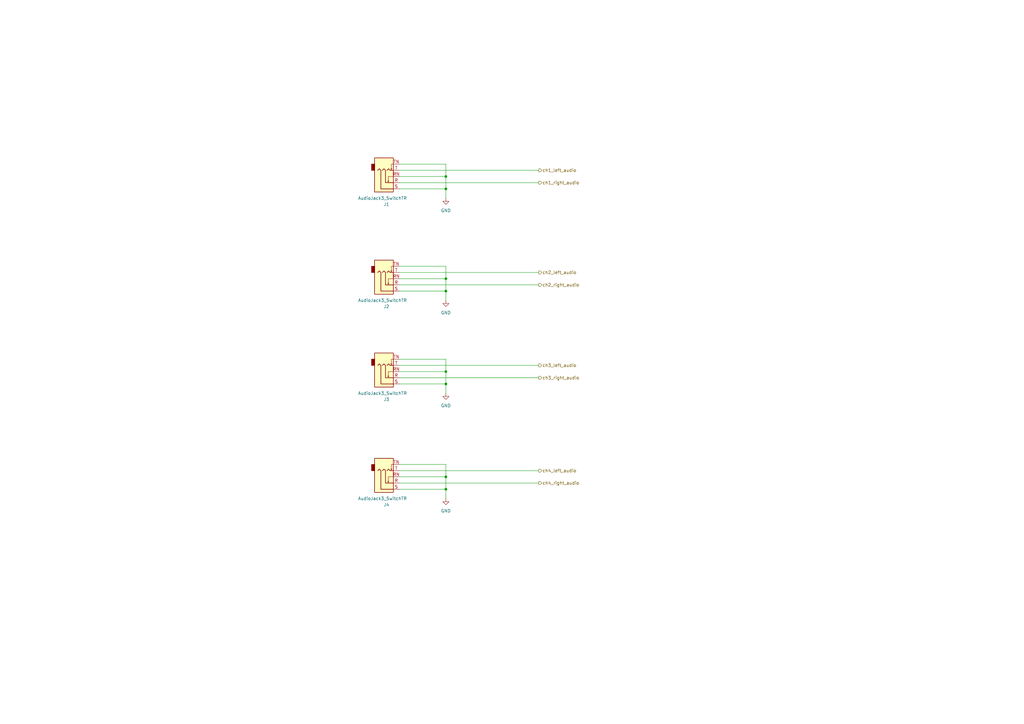
<source format=kicad_sch>
(kicad_sch
	(version 20231120)
	(generator "eeschema")
	(generator_version "8.0")
	(uuid "2a5d5c79-bab9-4988-bcc8-e1cd37f37177")
	(paper "A3")
	(title_block
		(title "${PROJECTNAME}")
		(date "2024-10-22")
		(rev "${REVISION}")
		(company "Created By: ${AUTHOR}")
	)
	(lib_symbols
		(symbol "Connector_Audio:AudioJack3_SwitchTR"
			(exclude_from_sim no)
			(in_bom yes)
			(on_board yes)
			(property "Reference" "J"
				(at 0 8.89 0)
				(effects
					(font
						(size 1.27 1.27)
					)
				)
			)
			(property "Value" "AudioJack3_SwitchTR"
				(at 0 6.35 0)
				(effects
					(font
						(size 1.27 1.27)
					)
				)
			)
			(property "Footprint" ""
				(at 0 0 0)
				(effects
					(font
						(size 1.27 1.27)
					)
					(hide yes)
				)
			)
			(property "Datasheet" "~"
				(at 0 0 0)
				(effects
					(font
						(size 1.27 1.27)
					)
					(hide yes)
				)
			)
			(property "Description" "Audio Jack, 3 Poles (Stereo / TRS), Switched TR Poles (Normalling)"
				(at 0 0 0)
				(effects
					(font
						(size 1.27 1.27)
					)
					(hide yes)
				)
			)
			(property "ki_keywords" "audio jack receptacle stereo headphones phones TRS connector"
				(at 0 0 0)
				(effects
					(font
						(size 1.27 1.27)
					)
					(hide yes)
				)
			)
			(property "ki_fp_filters" "Jack*"
				(at 0 0 0)
				(effects
					(font
						(size 1.27 1.27)
					)
					(hide yes)
				)
			)
			(symbol "AudioJack3_SwitchTR_0_1"
				(rectangle
					(start -5.08 -5.08)
					(end -6.35 -7.62)
					(stroke
						(width 0.254)
						(type default)
					)
					(fill
						(type outline)
					)
				)
				(polyline
					(pts
						(xy 0.508 -0.254) (xy 0.762 -0.762)
					)
					(stroke
						(width 0)
						(type default)
					)
					(fill
						(type none)
					)
				)
				(polyline
					(pts
						(xy 1.778 -5.334) (xy 2.032 -5.842)
					)
					(stroke
						(width 0)
						(type default)
					)
					(fill
						(type none)
					)
				)
				(polyline
					(pts
						(xy 0 -5.08) (xy 0.635 -5.715) (xy 1.27 -5.08) (xy 2.54 -5.08)
					)
					(stroke
						(width 0.254)
						(type default)
					)
					(fill
						(type none)
					)
				)
				(polyline
					(pts
						(xy 2.54 -7.62) (xy 1.778 -7.62) (xy 1.778 -5.334) (xy 1.524 -5.842)
					)
					(stroke
						(width 0)
						(type default)
					)
					(fill
						(type none)
					)
				)
				(polyline
					(pts
						(xy 2.54 -2.54) (xy 0.508 -2.54) (xy 0.508 -0.254) (xy 0.254 -0.762)
					)
					(stroke
						(width 0)
						(type default)
					)
					(fill
						(type none)
					)
				)
				(polyline
					(pts
						(xy -1.905 -5.08) (xy -1.27 -5.715) (xy -0.635 -5.08) (xy -0.635 0) (xy 2.54 0)
					)
					(stroke
						(width 0.254)
						(type default)
					)
					(fill
						(type none)
					)
				)
				(polyline
					(pts
						(xy 2.54 2.54) (xy -2.54 2.54) (xy -2.54 -5.08) (xy -3.175 -5.715) (xy -3.81 -5.08)
					)
					(stroke
						(width 0.254)
						(type default)
					)
					(fill
						(type none)
					)
				)
				(rectangle
					(start 2.54 3.81)
					(end -5.08 -10.16)
					(stroke
						(width 0.254)
						(type default)
					)
					(fill
						(type background)
					)
				)
			)
			(symbol "AudioJack3_SwitchTR_1_1"
				(pin passive line
					(at 5.08 0 180)
					(length 2.54)
					(name "~"
						(effects
							(font
								(size 1.27 1.27)
							)
						)
					)
					(number "R"
						(effects
							(font
								(size 1.27 1.27)
							)
						)
					)
				)
				(pin passive line
					(at 5.08 -2.54 180)
					(length 2.54)
					(name "~"
						(effects
							(font
								(size 1.27 1.27)
							)
						)
					)
					(number "RN"
						(effects
							(font
								(size 1.27 1.27)
							)
						)
					)
				)
				(pin passive line
					(at 5.08 2.54 180)
					(length 2.54)
					(name "~"
						(effects
							(font
								(size 1.27 1.27)
							)
						)
					)
					(number "S"
						(effects
							(font
								(size 1.27 1.27)
							)
						)
					)
				)
				(pin passive line
					(at 5.08 -5.08 180)
					(length 2.54)
					(name "~"
						(effects
							(font
								(size 1.27 1.27)
							)
						)
					)
					(number "T"
						(effects
							(font
								(size 1.27 1.27)
							)
						)
					)
				)
				(pin passive line
					(at 5.08 -7.62 180)
					(length 2.54)
					(name "~"
						(effects
							(font
								(size 1.27 1.27)
							)
						)
					)
					(number "TN"
						(effects
							(font
								(size 1.27 1.27)
							)
						)
					)
				)
			)
		)
		(symbol "power:GND"
			(power)
			(pin_numbers hide)
			(pin_names
				(offset 0) hide)
			(exclude_from_sim no)
			(in_bom yes)
			(on_board yes)
			(property "Reference" "#PWR"
				(at 0 -6.35 0)
				(effects
					(font
						(size 1.27 1.27)
					)
					(hide yes)
				)
			)
			(property "Value" "GND"
				(at 0 -3.81 0)
				(effects
					(font
						(size 1.27 1.27)
					)
				)
			)
			(property "Footprint" ""
				(at 0 0 0)
				(effects
					(font
						(size 1.27 1.27)
					)
					(hide yes)
				)
			)
			(property "Datasheet" ""
				(at 0 0 0)
				(effects
					(font
						(size 1.27 1.27)
					)
					(hide yes)
				)
			)
			(property "Description" "Power symbol creates a global label with name \"GND\" , ground"
				(at 0 0 0)
				(effects
					(font
						(size 1.27 1.27)
					)
					(hide yes)
				)
			)
			(property "ki_keywords" "global power"
				(at 0 0 0)
				(effects
					(font
						(size 1.27 1.27)
					)
					(hide yes)
				)
			)
			(symbol "GND_0_1"
				(polyline
					(pts
						(xy 0 0) (xy 0 -1.27) (xy 1.27 -1.27) (xy 0 -2.54) (xy -1.27 -1.27) (xy 0 -1.27)
					)
					(stroke
						(width 0)
						(type default)
					)
					(fill
						(type none)
					)
				)
			)
			(symbol "GND_1_1"
				(pin power_in line
					(at 0 0 270)
					(length 0)
					(name "~"
						(effects
							(font
								(size 1.27 1.27)
							)
						)
					)
					(number "1"
						(effects
							(font
								(size 1.27 1.27)
							)
						)
					)
				)
			)
		)
	)
	(junction
		(at 182.88 114.3)
		(diameter 0)
		(color 0 0 0 0)
		(uuid "04c79ec7-854c-487e-a9bb-ef2b9af769c6")
	)
	(junction
		(at 182.88 77.47)
		(diameter 0)
		(color 0 0 0 0)
		(uuid "07301c4e-4d78-4b1f-b095-f5afdb3a9ded")
	)
	(junction
		(at 182.88 200.66)
		(diameter 0)
		(color 0 0 0 0)
		(uuid "0a15c7a0-9df6-43e5-9cbf-964d9f869c52")
	)
	(junction
		(at 182.88 119.38)
		(diameter 0)
		(color 0 0 0 0)
		(uuid "147180cd-add7-463a-88a8-7654fab65886")
	)
	(junction
		(at 182.88 152.4)
		(diameter 0)
		(color 0 0 0 0)
		(uuid "1765e5e1-83ce-4e9f-a032-d56a7f9f8dcd")
	)
	(junction
		(at 182.88 157.48)
		(diameter 0)
		(color 0 0 0 0)
		(uuid "81c8ad05-ef24-49e9-be0e-1c6cb3bee4a0")
	)
	(junction
		(at 182.88 72.39)
		(diameter 0)
		(color 0 0 0 0)
		(uuid "d2b68a9f-5625-4fdb-b60a-0f1b37f3d8e3")
	)
	(junction
		(at 182.88 195.58)
		(diameter 0)
		(color 0 0 0 0)
		(uuid "e9c12cac-0e80-4300-96be-43afd93d8bdb")
	)
	(wire
		(pts
			(xy 182.88 200.66) (xy 182.88 195.58)
		)
		(stroke
			(width 0)
			(type default)
		)
		(uuid "14b82a9f-763c-46c6-8c87-5e4d904c3359")
	)
	(wire
		(pts
			(xy 163.83 154.94) (xy 220.98 154.94)
		)
		(stroke
			(width 0)
			(type default)
		)
		(uuid "1efbf5c5-6fcc-4359-ba2b-a6f7de1aea94")
	)
	(wire
		(pts
			(xy 163.83 200.66) (xy 182.88 200.66)
		)
		(stroke
			(width 0)
			(type default)
		)
		(uuid "244fb57d-ed91-467f-b136-9f37073a7a7c")
	)
	(wire
		(pts
			(xy 182.88 119.38) (xy 182.88 123.19)
		)
		(stroke
			(width 0)
			(type default)
		)
		(uuid "2f07cb7a-aa08-4a6a-8b2b-92370042218f")
	)
	(wire
		(pts
			(xy 182.88 190.5) (xy 163.83 190.5)
		)
		(stroke
			(width 0)
			(type default)
		)
		(uuid "34074ff2-76bd-4a99-8cdf-9f1f460e28e8")
	)
	(wire
		(pts
			(xy 163.83 69.85) (xy 220.98 69.85)
		)
		(stroke
			(width 0)
			(type default)
		)
		(uuid "390e2c24-00b0-4acd-9eee-303b9596edee")
	)
	(wire
		(pts
			(xy 163.83 116.84) (xy 220.98 116.84)
		)
		(stroke
			(width 0)
			(type default)
		)
		(uuid "47a19a89-8764-4924-9d1a-fe9a493e93e5")
	)
	(wire
		(pts
			(xy 182.88 152.4) (xy 182.88 147.32)
		)
		(stroke
			(width 0)
			(type default)
		)
		(uuid "4a548048-a173-4d59-a595-f19d8d893639")
	)
	(wire
		(pts
			(xy 182.88 77.47) (xy 182.88 81.28)
		)
		(stroke
			(width 0)
			(type default)
		)
		(uuid "4ea74189-ac51-4736-baa1-efff2edfe894")
	)
	(wire
		(pts
			(xy 182.88 72.39) (xy 182.88 67.31)
		)
		(stroke
			(width 0)
			(type default)
		)
		(uuid "502235b9-5833-4c32-a9f9-281184fc502e")
	)
	(wire
		(pts
			(xy 163.83 77.47) (xy 182.88 77.47)
		)
		(stroke
			(width 0)
			(type default)
		)
		(uuid "5e8119c7-052e-4fe0-ae6c-5ccb33ad9df6")
	)
	(wire
		(pts
			(xy 182.88 157.48) (xy 182.88 152.4)
		)
		(stroke
			(width 0)
			(type default)
		)
		(uuid "6a017efa-4b4b-4f2c-9b5d-24583a8a0eab")
	)
	(wire
		(pts
			(xy 163.83 157.48) (xy 182.88 157.48)
		)
		(stroke
			(width 0)
			(type default)
		)
		(uuid "70a4336f-13b0-4a0a-ae8c-83006f1c739e")
	)
	(wire
		(pts
			(xy 182.88 147.32) (xy 163.83 147.32)
		)
		(stroke
			(width 0)
			(type default)
		)
		(uuid "7a0bd178-e0fe-4b4d-b676-71a5f20845f0")
	)
	(wire
		(pts
			(xy 182.88 67.31) (xy 163.83 67.31)
		)
		(stroke
			(width 0)
			(type default)
		)
		(uuid "7bac2cdc-8b8f-4b0e-8d01-45a8f2c0f7d9")
	)
	(wire
		(pts
			(xy 182.88 152.4) (xy 163.83 152.4)
		)
		(stroke
			(width 0)
			(type default)
		)
		(uuid "862624ec-1ac3-41a2-b92c-11681035329c")
	)
	(wire
		(pts
			(xy 163.83 111.76) (xy 220.98 111.76)
		)
		(stroke
			(width 0)
			(type default)
		)
		(uuid "99ae4649-49a8-4b84-84f9-e1197c33f4f1")
	)
	(wire
		(pts
			(xy 182.88 195.58) (xy 163.83 195.58)
		)
		(stroke
			(width 0)
			(type default)
		)
		(uuid "a83aa19a-892f-4e05-9bcf-56e0b7fb99f7")
	)
	(wire
		(pts
			(xy 182.88 195.58) (xy 182.88 190.5)
		)
		(stroke
			(width 0)
			(type default)
		)
		(uuid "abf325f0-b10f-485b-9c2d-79628920bb1a")
	)
	(wire
		(pts
			(xy 163.83 193.04) (xy 220.98 193.04)
		)
		(stroke
			(width 0)
			(type default)
		)
		(uuid "b9713e94-57d6-45fc-9f3c-e16a47e68b78")
	)
	(wire
		(pts
			(xy 182.88 77.47) (xy 182.88 72.39)
		)
		(stroke
			(width 0)
			(type default)
		)
		(uuid "b9dc6d21-4ba3-40f0-afc3-54f1c367c417")
	)
	(wire
		(pts
			(xy 182.88 157.48) (xy 182.88 161.29)
		)
		(stroke
			(width 0)
			(type default)
		)
		(uuid "bfb9b484-b56c-42ca-808a-32f81af8201e")
	)
	(wire
		(pts
			(xy 163.83 119.38) (xy 182.88 119.38)
		)
		(stroke
			(width 0)
			(type default)
		)
		(uuid "c24782fc-e45c-4501-8349-98af8b1eab46")
	)
	(wire
		(pts
			(xy 163.83 74.93) (xy 220.98 74.93)
		)
		(stroke
			(width 0)
			(type default)
		)
		(uuid "c2849069-bce0-4516-af8d-48323ff6663b")
	)
	(wire
		(pts
			(xy 182.88 109.22) (xy 163.83 109.22)
		)
		(stroke
			(width 0)
			(type default)
		)
		(uuid "c9024950-ddd2-4d82-b40e-eef550b24de3")
	)
	(wire
		(pts
			(xy 163.83 149.86) (xy 220.98 149.86)
		)
		(stroke
			(width 0)
			(type default)
		)
		(uuid "d64e974e-23f3-4739-b94e-f6556f8bbbb3")
	)
	(wire
		(pts
			(xy 182.88 114.3) (xy 163.83 114.3)
		)
		(stroke
			(width 0)
			(type default)
		)
		(uuid "ddd5f0bd-0cac-404f-ae52-aa382154b6f7")
	)
	(wire
		(pts
			(xy 182.88 200.66) (xy 182.88 204.47)
		)
		(stroke
			(width 0)
			(type default)
		)
		(uuid "e086cc82-ecf4-40c6-8708-29e8b101e646")
	)
	(wire
		(pts
			(xy 182.88 72.39) (xy 163.83 72.39)
		)
		(stroke
			(width 0)
			(type default)
		)
		(uuid "e1a1ea36-7ab6-4d94-b46a-8ef0cd3cf0e3")
	)
	(wire
		(pts
			(xy 182.88 119.38) (xy 182.88 114.3)
		)
		(stroke
			(width 0)
			(type default)
		)
		(uuid "e868813c-b8e5-4c20-b171-b101c73f9b67")
	)
	(wire
		(pts
			(xy 163.83 198.12) (xy 220.98 198.12)
		)
		(stroke
			(width 0)
			(type default)
		)
		(uuid "ec035d13-fbe5-4eb7-9399-377a80316099")
	)
	(wire
		(pts
			(xy 182.88 114.3) (xy 182.88 109.22)
		)
		(stroke
			(width 0)
			(type default)
		)
		(uuid "fe9ff9e6-ee01-41d5-ab3f-dd90db309a7b")
	)
	(hierarchical_label "ch2_right_audio"
		(shape output)
		(at 220.98 116.84 0)
		(fields_autoplaced yes)
		(effects
			(font
				(size 1.27 1.27)
			)
			(justify left)
		)
		(uuid "34306d3e-ac1f-4855-8a12-e74709c5410d")
	)
	(hierarchical_label "ch3_left_audio"
		(shape output)
		(at 220.98 149.86 0)
		(fields_autoplaced yes)
		(effects
			(font
				(size 1.27 1.27)
			)
			(justify left)
		)
		(uuid "36c83fcb-0f05-4a2b-86fe-8f4656184b20")
	)
	(hierarchical_label "ch4_left_audio"
		(shape output)
		(at 220.98 193.04 0)
		(fields_autoplaced yes)
		(effects
			(font
				(size 1.27 1.27)
			)
			(justify left)
		)
		(uuid "565a8106-7189-44b8-ac34-270af6e3f1d8")
	)
	(hierarchical_label "ch1_right_audio"
		(shape output)
		(at 220.98 74.93 0)
		(fields_autoplaced yes)
		(effects
			(font
				(size 1.27 1.27)
			)
			(justify left)
		)
		(uuid "5e7edd76-41f0-4e35-b777-543e2ab2a949")
	)
	(hierarchical_label "ch3_right_audio"
		(shape output)
		(at 220.98 154.94 0)
		(fields_autoplaced yes)
		(effects
			(font
				(size 1.27 1.27)
			)
			(justify left)
		)
		(uuid "64c706a8-a57d-4777-b3c0-cf1826b2038a")
	)
	(hierarchical_label "ch4_right_audio"
		(shape output)
		(at 220.98 198.12 0)
		(fields_autoplaced yes)
		(effects
			(font
				(size 1.27 1.27)
			)
			(justify left)
		)
		(uuid "74070156-fe4e-409c-aab6-0579f03cfe10")
	)
	(hierarchical_label "ch2_left_audio"
		(shape output)
		(at 220.98 111.76 0)
		(fields_autoplaced yes)
		(effects
			(font
				(size 1.27 1.27)
			)
			(justify left)
		)
		(uuid "cdcd2b5c-d337-45c5-b59a-c6d958db69fd")
	)
	(hierarchical_label "ch1_left_audio"
		(shape output)
		(at 220.98 69.85 0)
		(fields_autoplaced yes)
		(effects
			(font
				(size 1.27 1.27)
			)
			(justify left)
		)
		(uuid "e32ff814-acd5-4267-9115-b71e1905db11")
	)
	(symbol
		(lib_id "Connector_Audio:AudioJack3_SwitchTR")
		(at 158.75 198.12 0)
		(mirror x)
		(unit 1)
		(exclude_from_sim no)
		(in_bom yes)
		(on_board yes)
		(dnp no)
		(uuid "369ff51f-39b6-4044-aad4-3d2ea2730065")
		(property "Reference" "J4"
			(at 158.496 207.01 0)
			(effects
				(font
					(size 1.27 1.27)
				)
			)
		)
		(property "Value" "AudioJack3_SwitchTR"
			(at 156.845 204.47 0)
			(effects
				(font
					(size 1.27 1.27)
				)
			)
		)
		(property "Footprint" "Connector_Audio:Jack_3.5mm_CUI_SJ1-3535NG_Horizontal"
			(at 158.75 198.12 0)
			(effects
				(font
					(size 1.27 1.27)
				)
				(hide yes)
			)
		)
		(property "Datasheet" "https://www.mouser.co.uk/datasheet/2/670/sj1_353x-3159332.pdf"
			(at 158.75 198.12 0)
			(effects
				(font
					(size 1.27 1.27)
				)
				(hide yes)
			)
		)
		(property "Description" "Audio Jack, 3 Poles (Stereo / TRS), Switched TR Poles (Normalling)"
			(at 158.75 198.12 0)
			(effects
				(font
					(size 1.27 1.27)
				)
				(hide yes)
			)
		)
		(property "Mouser" "490-SJ1-3535 "
			(at 158.75 198.12 0)
			(effects
				(font
					(size 1.27 1.27)
				)
				(hide yes)
			)
		)
		(pin "T"
			(uuid "52acfca1-89c2-418c-95f5-dd0780dc9b5b")
		)
		(pin "RN"
			(uuid "f7535b9b-72c5-431f-9caa-3fb056b3674b")
		)
		(pin "R"
			(uuid "5c6d2636-94c3-4b06-84a9-5cef418f02d8")
		)
		(pin "S"
			(uuid "788d8636-c73e-4df1-8c19-19d636a71815")
		)
		(pin "TN"
			(uuid "ebd4e9ec-88c4-49a9-b6ad-e1d32a032391")
		)
		(instances
			(project "Tiny4xPoweredStereoMixer"
				(path "/68c4b081-ef47-4ba5-a55f-4ef66cb2b598/e89f69b4-bd2d-4ce2-9342-6dc4ac72fb9c"
					(reference "J4")
					(unit 1)
				)
			)
		)
	)
	(symbol
		(lib_id "power:GND")
		(at 182.88 81.28 0)
		(unit 1)
		(exclude_from_sim no)
		(in_bom yes)
		(on_board yes)
		(dnp no)
		(fields_autoplaced yes)
		(uuid "4ba559af-1df4-4aed-afd6-bb7bf572d726")
		(property "Reference" "#PWR01"
			(at 182.88 87.63 0)
			(effects
				(font
					(size 1.27 1.27)
				)
				(hide yes)
			)
		)
		(property "Value" "GND"
			(at 182.88 86.36 0)
			(effects
				(font
					(size 1.27 1.27)
				)
			)
		)
		(property "Footprint" ""
			(at 182.88 81.28 0)
			(effects
				(font
					(size 1.27 1.27)
				)
				(hide yes)
			)
		)
		(property "Datasheet" ""
			(at 182.88 81.28 0)
			(effects
				(font
					(size 1.27 1.27)
				)
				(hide yes)
			)
		)
		(property "Description" "Power symbol creates a global label with name \"GND\" , ground"
			(at 182.88 81.28 0)
			(effects
				(font
					(size 1.27 1.27)
				)
				(hide yes)
			)
		)
		(pin "1"
			(uuid "fdd59ff1-d72f-4d6c-b385-172083c5ff82")
		)
		(instances
			(project "Tiny4xPoweredStereoMixer"
				(path "/68c4b081-ef47-4ba5-a55f-4ef66cb2b598/e89f69b4-bd2d-4ce2-9342-6dc4ac72fb9c"
					(reference "#PWR01")
					(unit 1)
				)
			)
		)
	)
	(symbol
		(lib_id "Connector_Audio:AudioJack3_SwitchTR")
		(at 158.75 154.94 0)
		(mirror x)
		(unit 1)
		(exclude_from_sim no)
		(in_bom yes)
		(on_board yes)
		(dnp no)
		(uuid "67953704-e975-4394-b2b9-58fe990dc2ce")
		(property "Reference" "J3"
			(at 158.496 163.83 0)
			(effects
				(font
					(size 1.27 1.27)
				)
			)
		)
		(property "Value" "AudioJack3_SwitchTR"
			(at 156.845 161.29 0)
			(effects
				(font
					(size 1.27 1.27)
				)
			)
		)
		(property "Footprint" "Connector_Audio:Jack_3.5mm_CUI_SJ1-3535NG_Horizontal"
			(at 158.75 154.94 0)
			(effects
				(font
					(size 1.27 1.27)
				)
				(hide yes)
			)
		)
		(property "Datasheet" "https://www.mouser.co.uk/datasheet/2/670/sj1_353x-3159332.pdf"
			(at 158.75 154.94 0)
			(effects
				(font
					(size 1.27 1.27)
				)
				(hide yes)
			)
		)
		(property "Description" "Audio Jack, 3 Poles (Stereo / TRS), Switched TR Poles (Normalling)"
			(at 158.75 154.94 0)
			(effects
				(font
					(size 1.27 1.27)
				)
				(hide yes)
			)
		)
		(property "Mouser" "490-SJ1-3535 "
			(at 158.75 154.94 0)
			(effects
				(font
					(size 1.27 1.27)
				)
				(hide yes)
			)
		)
		(pin "T"
			(uuid "dc4ff8f2-b5d3-43a6-b093-4ed12eaa797b")
		)
		(pin "RN"
			(uuid "ba4f7af6-6103-4eb2-8e98-2fd0fc28fd51")
		)
		(pin "R"
			(uuid "85d03a99-857e-4acc-b1c2-0271fae3af80")
		)
		(pin "S"
			(uuid "d05b948a-6481-41e5-bed0-cea55f084d95")
		)
		(pin "TN"
			(uuid "0feafbae-a60f-4051-99dc-d27722694cf5")
		)
		(instances
			(project "Tiny4xPoweredStereoMixer"
				(path "/68c4b081-ef47-4ba5-a55f-4ef66cb2b598/e89f69b4-bd2d-4ce2-9342-6dc4ac72fb9c"
					(reference "J3")
					(unit 1)
				)
			)
		)
	)
	(symbol
		(lib_id "Connector_Audio:AudioJack3_SwitchTR")
		(at 158.75 74.93 0)
		(mirror x)
		(unit 1)
		(exclude_from_sim no)
		(in_bom yes)
		(on_board yes)
		(dnp no)
		(uuid "92e66293-a654-4152-acac-fa0c9c04660c")
		(property "Reference" "J1"
			(at 158.496 83.82 0)
			(effects
				(font
					(size 1.27 1.27)
				)
			)
		)
		(property "Value" "AudioJack3_SwitchTR"
			(at 156.845 81.28 0)
			(effects
				(font
					(size 1.27 1.27)
				)
			)
		)
		(property "Footprint" "Connector_Audio:Jack_3.5mm_CUI_SJ1-3535NG_Horizontal"
			(at 158.75 74.93 0)
			(effects
				(font
					(size 1.27 1.27)
				)
				(hide yes)
			)
		)
		(property "Datasheet" "https://www.mouser.co.uk/datasheet/2/670/sj1_353x-3159332.pdf"
			(at 158.75 74.93 0)
			(effects
				(font
					(size 1.27 1.27)
				)
				(hide yes)
			)
		)
		(property "Description" "Audio Jack, 3 Poles (Stereo / TRS), Switched TR Poles (Normalling)"
			(at 158.75 74.93 0)
			(effects
				(font
					(size 1.27 1.27)
				)
				(hide yes)
			)
		)
		(property "Mouser" "490-SJ1-3535 "
			(at 158.75 74.93 0)
			(effects
				(font
					(size 1.27 1.27)
				)
				(hide yes)
			)
		)
		(pin "T"
			(uuid "859940ca-4f30-4c17-8bb5-5a9f94ec4ebe")
		)
		(pin "RN"
			(uuid "20b28351-be70-4663-a043-752c40c03a81")
		)
		(pin "R"
			(uuid "c5dfdfb1-7c2e-452e-b885-c003dd09a336")
		)
		(pin "S"
			(uuid "e724c78f-76cb-4696-b75f-6b4d61a405ba")
		)
		(pin "TN"
			(uuid "1f9e571c-1871-4e61-bcda-6e3ac7635ce1")
		)
		(instances
			(project "Tiny4xPoweredStereoMixer"
				(path "/68c4b081-ef47-4ba5-a55f-4ef66cb2b598/e89f69b4-bd2d-4ce2-9342-6dc4ac72fb9c"
					(reference "J1")
					(unit 1)
				)
			)
		)
	)
	(symbol
		(lib_id "Connector_Audio:AudioJack3_SwitchTR")
		(at 158.75 116.84 0)
		(mirror x)
		(unit 1)
		(exclude_from_sim no)
		(in_bom yes)
		(on_board yes)
		(dnp no)
		(uuid "9d537b74-e50f-4d9e-bef5-1e1c9aa5d14e")
		(property "Reference" "J2"
			(at 158.496 125.73 0)
			(effects
				(font
					(size 1.27 1.27)
				)
			)
		)
		(property "Value" "AudioJack3_SwitchTR"
			(at 156.845 123.19 0)
			(effects
				(font
					(size 1.27 1.27)
				)
			)
		)
		(property "Footprint" "Connector_Audio:Jack_3.5mm_CUI_SJ1-3535NG_Horizontal"
			(at 158.75 116.84 0)
			(effects
				(font
					(size 1.27 1.27)
				)
				(hide yes)
			)
		)
		(property "Datasheet" "https://www.mouser.co.uk/datasheet/2/670/sj1_353x-3159332.pdf"
			(at 158.75 116.84 0)
			(effects
				(font
					(size 1.27 1.27)
				)
				(hide yes)
			)
		)
		(property "Description" "Audio Jack, 3 Poles (Stereo / TRS), Switched TR Poles (Normalling)"
			(at 158.75 116.84 0)
			(effects
				(font
					(size 1.27 1.27)
				)
				(hide yes)
			)
		)
		(property "Mouser" "490-SJ1-3535 "
			(at 158.75 116.84 0)
			(effects
				(font
					(size 1.27 1.27)
				)
				(hide yes)
			)
		)
		(pin "T"
			(uuid "8a3ca882-e2ff-47c2-bf06-b57e35fb88ac")
		)
		(pin "RN"
			(uuid "e4687352-3832-4ed7-9f1f-56f52e0ac6af")
		)
		(pin "R"
			(uuid "4a5c4045-1865-40e4-bff0-517c2b6dff61")
		)
		(pin "S"
			(uuid "d4846478-3954-4506-a18a-36b56b8c4709")
		)
		(pin "TN"
			(uuid "85464bef-50b7-4fca-8095-7759fb586695")
		)
		(instances
			(project "Tiny4xPoweredStereoMixer"
				(path "/68c4b081-ef47-4ba5-a55f-4ef66cb2b598/e89f69b4-bd2d-4ce2-9342-6dc4ac72fb9c"
					(reference "J2")
					(unit 1)
				)
			)
		)
	)
	(symbol
		(lib_id "power:GND")
		(at 182.88 204.47 0)
		(unit 1)
		(exclude_from_sim no)
		(in_bom yes)
		(on_board yes)
		(dnp no)
		(fields_autoplaced yes)
		(uuid "abb8552a-368f-422a-b3b0-852517795f70")
		(property "Reference" "#PWR019"
			(at 182.88 210.82 0)
			(effects
				(font
					(size 1.27 1.27)
				)
				(hide yes)
			)
		)
		(property "Value" "GND"
			(at 182.88 209.55 0)
			(effects
				(font
					(size 1.27 1.27)
				)
			)
		)
		(property "Footprint" ""
			(at 182.88 204.47 0)
			(effects
				(font
					(size 1.27 1.27)
				)
				(hide yes)
			)
		)
		(property "Datasheet" ""
			(at 182.88 204.47 0)
			(effects
				(font
					(size 1.27 1.27)
				)
				(hide yes)
			)
		)
		(property "Description" "Power symbol creates a global label with name \"GND\" , ground"
			(at 182.88 204.47 0)
			(effects
				(font
					(size 1.27 1.27)
				)
				(hide yes)
			)
		)
		(pin "1"
			(uuid "08be4549-8a7a-4451-af7a-f05a64e4dd12")
		)
		(instances
			(project "Tiny4xPoweredStereoMixer"
				(path "/68c4b081-ef47-4ba5-a55f-4ef66cb2b598/e89f69b4-bd2d-4ce2-9342-6dc4ac72fb9c"
					(reference "#PWR019")
					(unit 1)
				)
			)
		)
	)
	(symbol
		(lib_id "power:GND")
		(at 182.88 161.29 0)
		(unit 1)
		(exclude_from_sim no)
		(in_bom yes)
		(on_board yes)
		(dnp no)
		(fields_autoplaced yes)
		(uuid "db651d3a-361d-4226-917a-1e69e81df40e")
		(property "Reference" "#PWR016"
			(at 182.88 167.64 0)
			(effects
				(font
					(size 1.27 1.27)
				)
				(hide yes)
			)
		)
		(property "Value" "GND"
			(at 182.88 166.37 0)
			(effects
				(font
					(size 1.27 1.27)
				)
			)
		)
		(property "Footprint" ""
			(at 182.88 161.29 0)
			(effects
				(font
					(size 1.27 1.27)
				)
				(hide yes)
			)
		)
		(property "Datasheet" ""
			(at 182.88 161.29 0)
			(effects
				(font
					(size 1.27 1.27)
				)
				(hide yes)
			)
		)
		(property "Description" "Power symbol creates a global label with name \"GND\" , ground"
			(at 182.88 161.29 0)
			(effects
				(font
					(size 1.27 1.27)
				)
				(hide yes)
			)
		)
		(pin "1"
			(uuid "f5279a04-15d8-4f70-bcf2-ac90f0e97095")
		)
		(instances
			(project "Tiny4xPoweredStereoMixer"
				(path "/68c4b081-ef47-4ba5-a55f-4ef66cb2b598/e89f69b4-bd2d-4ce2-9342-6dc4ac72fb9c"
					(reference "#PWR016")
					(unit 1)
				)
			)
		)
	)
	(symbol
		(lib_id "power:GND")
		(at 182.88 123.19 0)
		(unit 1)
		(exclude_from_sim no)
		(in_bom yes)
		(on_board yes)
		(dnp no)
		(fields_autoplaced yes)
		(uuid "e9a7a654-6a79-46b0-8932-ac1276bcdfe1")
		(property "Reference" "#PWR02"
			(at 182.88 129.54 0)
			(effects
				(font
					(size 1.27 1.27)
				)
				(hide yes)
			)
		)
		(property "Value" "GND"
			(at 182.88 128.27 0)
			(effects
				(font
					(size 1.27 1.27)
				)
			)
		)
		(property "Footprint" ""
			(at 182.88 123.19 0)
			(effects
				(font
					(size 1.27 1.27)
				)
				(hide yes)
			)
		)
		(property "Datasheet" ""
			(at 182.88 123.19 0)
			(effects
				(font
					(size 1.27 1.27)
				)
				(hide yes)
			)
		)
		(property "Description" "Power symbol creates a global label with name \"GND\" , ground"
			(at 182.88 123.19 0)
			(effects
				(font
					(size 1.27 1.27)
				)
				(hide yes)
			)
		)
		(pin "1"
			(uuid "92b29ac8-4086-49ab-a89a-704cad34a3a8")
		)
		(instances
			(project "Tiny4xPoweredStereoMixer"
				(path "/68c4b081-ef47-4ba5-a55f-4ef66cb2b598/e89f69b4-bd2d-4ce2-9342-6dc4ac72fb9c"
					(reference "#PWR02")
					(unit 1)
				)
			)
		)
	)
)
</source>
